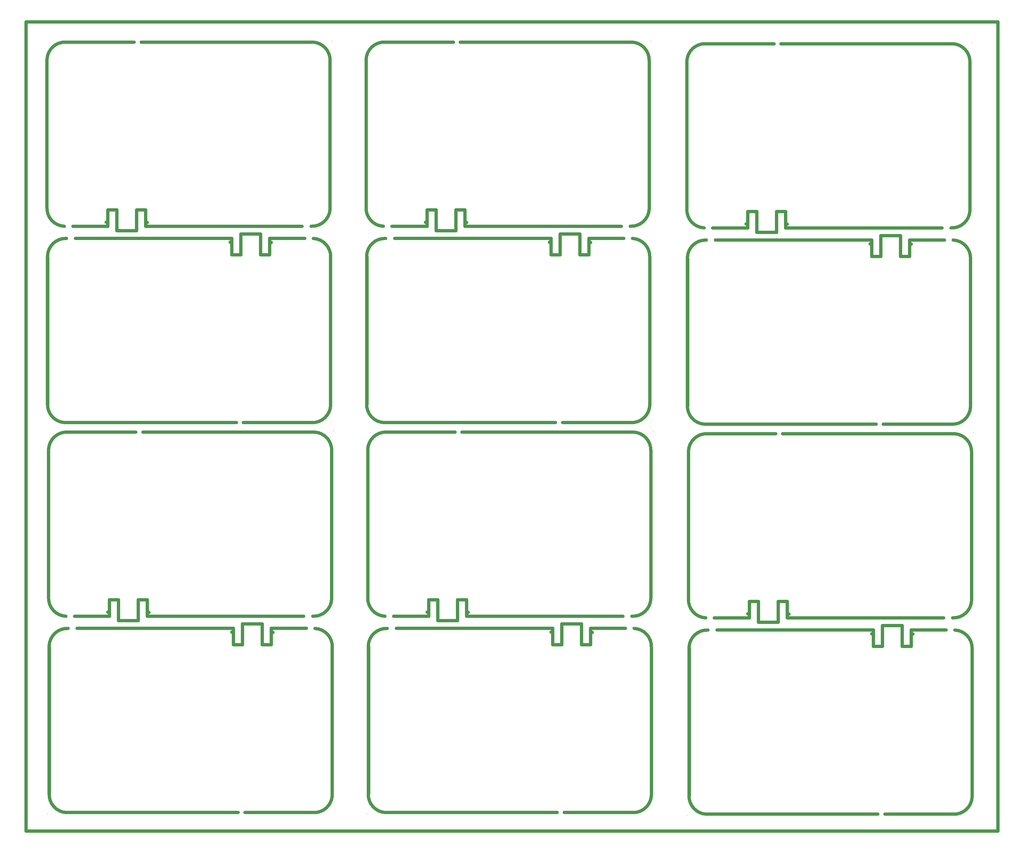
<source format=gbr>
G04 #@! TF.FileFunction,Profile,NP*
%FSLAX46Y46*%
G04 Gerber Fmt 4.6, Leading zero omitted, Abs format (unit mm)*
G04 Created by KiCad (PCBNEW (2015-01-16 BZR 5376)-product) date 10/26/2015 1:30:35 PM*
%MOMM*%
G01*
G04 APERTURE LIST*
%ADD10C,0.100000*%
%ADD11C,1.000000*%
G04 APERTURE END LIST*
D10*
D11*
X310000000Y-10000000D02*
X10000000Y-10000000D01*
X310000000Y-260000000D02*
X310000000Y-10000000D01*
X10000000Y-260000000D02*
X310000000Y-260000000D01*
X10000000Y-10000000D02*
X10000000Y-260000000D01*
D10*
X301343000Y-142809000D02*
X301343000Y-188529000D01*
X302359000Y-136967000D02*
X302359000Y-136713000D01*
D11*
X301851000Y-142809000D02*
X301851000Y-188529000D01*
X301851000Y-143063000D02*
G75*
G03X296517000Y-137221000I-5588000J254000D01*
G01*
X220317000Y-137221000D02*
G75*
G03X214475000Y-142555000I-254000J-5588000D01*
G01*
X220444000Y-137221000D02*
X241399000Y-137221000D01*
X296263000Y-137221000D02*
X243558000Y-137221000D01*
X214475000Y-188275000D02*
G75*
G03X219809000Y-194117000I5588000J-254000D01*
G01*
X296009000Y-194117000D02*
G75*
G03X301851000Y-188783000I254000J5588000D01*
G01*
X233271000Y-194117000D02*
X233271000Y-189037000D01*
X233271000Y-189037000D02*
X236065000Y-189037000D01*
X236065000Y-195387000D02*
X236065000Y-195514000D01*
X242161000Y-195514000D02*
X242161000Y-189037000D01*
X242161000Y-189037000D02*
X244955000Y-189037000D01*
X244955000Y-189037000D02*
X244955000Y-194117000D01*
X233017000Y-192847000D02*
X232763000Y-192847000D01*
X236065000Y-195514000D02*
X242161000Y-195514000D01*
X236065000Y-189037000D02*
X236065000Y-195387000D01*
X245463000Y-192974000D02*
X244955000Y-192974000D01*
X244955000Y-194117000D02*
X293215000Y-194117000D01*
X214475000Y-142555000D02*
X214475000Y-188021000D01*
X233271000Y-194117000D02*
X222476000Y-194117000D01*
X283229000Y-197883000D02*
X294024000Y-197883000D01*
X302025000Y-249445000D02*
X302025000Y-203979000D01*
X271545000Y-197883000D02*
X223285000Y-197883000D01*
X271037000Y-199026000D02*
X271545000Y-199026000D01*
X280435000Y-202963000D02*
X280435000Y-196613000D01*
X280435000Y-196486000D02*
X274339000Y-196486000D01*
X283483000Y-199153000D02*
X283737000Y-199153000D01*
X271545000Y-202963000D02*
X271545000Y-197883000D01*
X274339000Y-202963000D02*
X271545000Y-202963000D01*
X274339000Y-196486000D02*
X274339000Y-202963000D01*
X280435000Y-196613000D02*
X280435000Y-196486000D01*
X283229000Y-202963000D02*
X280435000Y-202963000D01*
X283229000Y-197883000D02*
X283229000Y-202963000D01*
X220491000Y-197883000D02*
G75*
G03X214649000Y-203217000I-254000J-5588000D01*
G01*
X302025000Y-203725000D02*
G75*
G03X296691000Y-197883000I-5588000J254000D01*
G01*
X220237000Y-254779000D02*
X272942000Y-254779000D01*
X296056000Y-254779000D02*
X275101000Y-254779000D01*
X296183000Y-254779000D02*
G75*
G03X302025000Y-249445000I254000J5588000D01*
G01*
X214649000Y-248937000D02*
G75*
G03X219983000Y-254779000I5588000J-254000D01*
G01*
X214649000Y-249191000D02*
X214649000Y-203471000D01*
D10*
X214141000Y-255033000D02*
X214141000Y-255287000D01*
X215157000Y-249191000D02*
X215157000Y-203471000D01*
X214657000Y-128691000D02*
X214657000Y-82971000D01*
D11*
X214149000Y-128691000D02*
X214149000Y-82971000D01*
X214149000Y-128437000D02*
G75*
G03X219483000Y-134279000I5588000J-254000D01*
G01*
X295683000Y-134279000D02*
G75*
G03X301525000Y-128945000I254000J5588000D01*
G01*
X295556000Y-134279000D02*
X274601000Y-134279000D01*
X219737000Y-134279000D02*
X272442000Y-134279000D01*
X301525000Y-83225000D02*
G75*
G03X296191000Y-77383000I-5588000J254000D01*
G01*
X219991000Y-77383000D02*
G75*
G03X214149000Y-82717000I-254000J-5588000D01*
G01*
X282729000Y-77383000D02*
X282729000Y-82463000D01*
X282729000Y-82463000D02*
X279935000Y-82463000D01*
X279935000Y-76113000D02*
X279935000Y-75986000D01*
X273839000Y-75986000D02*
X273839000Y-82463000D01*
X273839000Y-82463000D02*
X271045000Y-82463000D01*
X271045000Y-82463000D02*
X271045000Y-77383000D01*
X282983000Y-78653000D02*
X283237000Y-78653000D01*
X279935000Y-75986000D02*
X273839000Y-75986000D01*
X279935000Y-82463000D02*
X279935000Y-76113000D01*
X270537000Y-78526000D02*
X271045000Y-78526000D01*
X271045000Y-77383000D02*
X222785000Y-77383000D01*
X301525000Y-128945000D02*
X301525000Y-83479000D01*
X282729000Y-77383000D02*
X293524000Y-77383000D01*
X232771000Y-73617000D02*
X221976000Y-73617000D01*
X213975000Y-22055000D02*
X213975000Y-67521000D01*
X244455000Y-73617000D02*
X292715000Y-73617000D01*
X244963000Y-72474000D02*
X244455000Y-72474000D01*
X235565000Y-68537000D02*
X235565000Y-74887000D01*
X235565000Y-75014000D02*
X241661000Y-75014000D01*
X232517000Y-72347000D02*
X232263000Y-72347000D01*
X244455000Y-68537000D02*
X244455000Y-73617000D01*
X241661000Y-68537000D02*
X244455000Y-68537000D01*
X241661000Y-75014000D02*
X241661000Y-68537000D01*
X235565000Y-74887000D02*
X235565000Y-75014000D01*
X232771000Y-68537000D02*
X235565000Y-68537000D01*
X232771000Y-73617000D02*
X232771000Y-68537000D01*
X295509000Y-73617000D02*
G75*
G03X301351000Y-68283000I254000J5588000D01*
G01*
X213975000Y-67775000D02*
G75*
G03X219309000Y-73617000I5588000J-254000D01*
G01*
X295763000Y-16721000D02*
X243058000Y-16721000D01*
X219944000Y-16721000D02*
X240899000Y-16721000D01*
X219817000Y-16721000D02*
G75*
G03X213975000Y-22055000I-254000J-5588000D01*
G01*
X301351000Y-22563000D02*
G75*
G03X296017000Y-16721000I-5588000J254000D01*
G01*
X301351000Y-22309000D02*
X301351000Y-68029000D01*
D10*
X301859000Y-16467000D02*
X301859000Y-16213000D01*
X300843000Y-22309000D02*
X300843000Y-68029000D01*
X201843000Y-21809000D02*
X201843000Y-67529000D01*
X202859000Y-15967000D02*
X202859000Y-15713000D01*
D11*
X202351000Y-21809000D02*
X202351000Y-67529000D01*
X202351000Y-22063000D02*
G75*
G03X197017000Y-16221000I-5588000J254000D01*
G01*
X120817000Y-16221000D02*
G75*
G03X114975000Y-21555000I-254000J-5588000D01*
G01*
X120944000Y-16221000D02*
X141899000Y-16221000D01*
X196763000Y-16221000D02*
X144058000Y-16221000D01*
X114975000Y-67275000D02*
G75*
G03X120309000Y-73117000I5588000J-254000D01*
G01*
X196509000Y-73117000D02*
G75*
G03X202351000Y-67783000I254000J5588000D01*
G01*
X133771000Y-73117000D02*
X133771000Y-68037000D01*
X133771000Y-68037000D02*
X136565000Y-68037000D01*
X136565000Y-74387000D02*
X136565000Y-74514000D01*
X142661000Y-74514000D02*
X142661000Y-68037000D01*
X142661000Y-68037000D02*
X145455000Y-68037000D01*
X145455000Y-68037000D02*
X145455000Y-73117000D01*
X133517000Y-71847000D02*
X133263000Y-71847000D01*
X136565000Y-74514000D02*
X142661000Y-74514000D01*
X136565000Y-68037000D02*
X136565000Y-74387000D01*
X145963000Y-71974000D02*
X145455000Y-71974000D01*
X145455000Y-73117000D02*
X193715000Y-73117000D01*
X114975000Y-21555000D02*
X114975000Y-67021000D01*
X133771000Y-73117000D02*
X122976000Y-73117000D01*
X183729000Y-76883000D02*
X194524000Y-76883000D01*
X202525000Y-128445000D02*
X202525000Y-82979000D01*
X172045000Y-76883000D02*
X123785000Y-76883000D01*
X171537000Y-78026000D02*
X172045000Y-78026000D01*
X180935000Y-81963000D02*
X180935000Y-75613000D01*
X180935000Y-75486000D02*
X174839000Y-75486000D01*
X183983000Y-78153000D02*
X184237000Y-78153000D01*
X172045000Y-81963000D02*
X172045000Y-76883000D01*
X174839000Y-81963000D02*
X172045000Y-81963000D01*
X174839000Y-75486000D02*
X174839000Y-81963000D01*
X180935000Y-75613000D02*
X180935000Y-75486000D01*
X183729000Y-81963000D02*
X180935000Y-81963000D01*
X183729000Y-76883000D02*
X183729000Y-81963000D01*
X120991000Y-76883000D02*
G75*
G03X115149000Y-82217000I-254000J-5588000D01*
G01*
X202525000Y-82725000D02*
G75*
G03X197191000Y-76883000I-5588000J254000D01*
G01*
X120737000Y-133779000D02*
X173442000Y-133779000D01*
X196556000Y-133779000D02*
X175601000Y-133779000D01*
X196683000Y-133779000D02*
G75*
G03X202525000Y-128445000I254000J5588000D01*
G01*
X115149000Y-127937000D02*
G75*
G03X120483000Y-133779000I5588000J-254000D01*
G01*
X115149000Y-128191000D02*
X115149000Y-82471000D01*
D10*
X115657000Y-128191000D02*
X115657000Y-82471000D01*
X116157000Y-248691000D02*
X116157000Y-202971000D01*
X115141000Y-254533000D02*
X115141000Y-254787000D01*
D11*
X115649000Y-248691000D02*
X115649000Y-202971000D01*
X115649000Y-248437000D02*
G75*
G03X120983000Y-254279000I5588000J-254000D01*
G01*
X197183000Y-254279000D02*
G75*
G03X203025000Y-248945000I254000J5588000D01*
G01*
X197056000Y-254279000D02*
X176101000Y-254279000D01*
X121237000Y-254279000D02*
X173942000Y-254279000D01*
X203025000Y-203225000D02*
G75*
G03X197691000Y-197383000I-5588000J254000D01*
G01*
X121491000Y-197383000D02*
G75*
G03X115649000Y-202717000I-254000J-5588000D01*
G01*
X184229000Y-197383000D02*
X184229000Y-202463000D01*
X184229000Y-202463000D02*
X181435000Y-202463000D01*
X181435000Y-196113000D02*
X181435000Y-195986000D01*
X175339000Y-195986000D02*
X175339000Y-202463000D01*
X175339000Y-202463000D02*
X172545000Y-202463000D01*
X172545000Y-202463000D02*
X172545000Y-197383000D01*
X184483000Y-198653000D02*
X184737000Y-198653000D01*
X181435000Y-195986000D02*
X175339000Y-195986000D01*
X181435000Y-202463000D02*
X181435000Y-196113000D01*
X172037000Y-198526000D02*
X172545000Y-198526000D01*
X172545000Y-197383000D02*
X124285000Y-197383000D01*
X203025000Y-248945000D02*
X203025000Y-203479000D01*
X184229000Y-197383000D02*
X195024000Y-197383000D01*
X134271000Y-193617000D02*
X123476000Y-193617000D01*
X115475000Y-142055000D02*
X115475000Y-187521000D01*
X145955000Y-193617000D02*
X194215000Y-193617000D01*
X146463000Y-192474000D02*
X145955000Y-192474000D01*
X137065000Y-188537000D02*
X137065000Y-194887000D01*
X137065000Y-195014000D02*
X143161000Y-195014000D01*
X134017000Y-192347000D02*
X133763000Y-192347000D01*
X145955000Y-188537000D02*
X145955000Y-193617000D01*
X143161000Y-188537000D02*
X145955000Y-188537000D01*
X143161000Y-195014000D02*
X143161000Y-188537000D01*
X137065000Y-194887000D02*
X137065000Y-195014000D01*
X134271000Y-188537000D02*
X137065000Y-188537000D01*
X134271000Y-193617000D02*
X134271000Y-188537000D01*
X197009000Y-193617000D02*
G75*
G03X202851000Y-188283000I254000J5588000D01*
G01*
X115475000Y-187775000D02*
G75*
G03X120809000Y-193617000I5588000J-254000D01*
G01*
X197263000Y-136721000D02*
X144558000Y-136721000D01*
X121444000Y-136721000D02*
X142399000Y-136721000D01*
X121317000Y-136721000D02*
G75*
G03X115475000Y-142055000I-254000J-5588000D01*
G01*
X202851000Y-142563000D02*
G75*
G03X197517000Y-136721000I-5588000J254000D01*
G01*
X202851000Y-142309000D02*
X202851000Y-188029000D01*
D10*
X203359000Y-136467000D02*
X203359000Y-136213000D01*
X202343000Y-142309000D02*
X202343000Y-188029000D01*
X103843000Y-142309000D02*
X103843000Y-188029000D01*
X104859000Y-136467000D02*
X104859000Y-136213000D01*
D11*
X104351000Y-142309000D02*
X104351000Y-188029000D01*
X104351000Y-142563000D02*
G75*
G03X99017000Y-136721000I-5588000J254000D01*
G01*
X22817000Y-136721000D02*
G75*
G03X16975000Y-142055000I-254000J-5588000D01*
G01*
X22944000Y-136721000D02*
X43899000Y-136721000D01*
X98763000Y-136721000D02*
X46058000Y-136721000D01*
X16975000Y-187775000D02*
G75*
G03X22309000Y-193617000I5588000J-254000D01*
G01*
X98509000Y-193617000D02*
G75*
G03X104351000Y-188283000I254000J5588000D01*
G01*
X35771000Y-193617000D02*
X35771000Y-188537000D01*
X35771000Y-188537000D02*
X38565000Y-188537000D01*
X38565000Y-194887000D02*
X38565000Y-195014000D01*
X44661000Y-195014000D02*
X44661000Y-188537000D01*
X44661000Y-188537000D02*
X47455000Y-188537000D01*
X47455000Y-188537000D02*
X47455000Y-193617000D01*
X35517000Y-192347000D02*
X35263000Y-192347000D01*
X38565000Y-195014000D02*
X44661000Y-195014000D01*
X38565000Y-188537000D02*
X38565000Y-194887000D01*
X47963000Y-192474000D02*
X47455000Y-192474000D01*
X47455000Y-193617000D02*
X95715000Y-193617000D01*
X16975000Y-142055000D02*
X16975000Y-187521000D01*
X35771000Y-193617000D02*
X24976000Y-193617000D01*
X85729000Y-197383000D02*
X96524000Y-197383000D01*
X104525000Y-248945000D02*
X104525000Y-203479000D01*
X74045000Y-197383000D02*
X25785000Y-197383000D01*
X73537000Y-198526000D02*
X74045000Y-198526000D01*
X82935000Y-202463000D02*
X82935000Y-196113000D01*
X82935000Y-195986000D02*
X76839000Y-195986000D01*
X85983000Y-198653000D02*
X86237000Y-198653000D01*
X74045000Y-202463000D02*
X74045000Y-197383000D01*
X76839000Y-202463000D02*
X74045000Y-202463000D01*
X76839000Y-195986000D02*
X76839000Y-202463000D01*
X82935000Y-196113000D02*
X82935000Y-195986000D01*
X85729000Y-202463000D02*
X82935000Y-202463000D01*
X85729000Y-197383000D02*
X85729000Y-202463000D01*
X22991000Y-197383000D02*
G75*
G03X17149000Y-202717000I-254000J-5588000D01*
G01*
X104525000Y-203225000D02*
G75*
G03X99191000Y-197383000I-5588000J254000D01*
G01*
X22737000Y-254279000D02*
X75442000Y-254279000D01*
X98556000Y-254279000D02*
X77601000Y-254279000D01*
X98683000Y-254279000D02*
G75*
G03X104525000Y-248945000I254000J5588000D01*
G01*
X17149000Y-248437000D02*
G75*
G03X22483000Y-254279000I5588000J-254000D01*
G01*
X17149000Y-248691000D02*
X17149000Y-202971000D01*
D10*
X16641000Y-254533000D02*
X16641000Y-254787000D01*
X17657000Y-248691000D02*
X17657000Y-202971000D01*
X17157000Y-128191000D02*
X17157000Y-82471000D01*
D11*
X16649000Y-128191000D02*
X16649000Y-82471000D01*
X16649000Y-127937000D02*
G75*
G03X21983000Y-133779000I5588000J-254000D01*
G01*
X98183000Y-133779000D02*
G75*
G03X104025000Y-128445000I254000J5588000D01*
G01*
X98056000Y-133779000D02*
X77101000Y-133779000D01*
X22237000Y-133779000D02*
X74942000Y-133779000D01*
X104025000Y-82725000D02*
G75*
G03X98691000Y-76883000I-5588000J254000D01*
G01*
X22491000Y-76883000D02*
G75*
G03X16649000Y-82217000I-254000J-5588000D01*
G01*
X85229000Y-76883000D02*
X85229000Y-81963000D01*
X85229000Y-81963000D02*
X82435000Y-81963000D01*
X82435000Y-75613000D02*
X82435000Y-75486000D01*
X76339000Y-75486000D02*
X76339000Y-81963000D01*
X76339000Y-81963000D02*
X73545000Y-81963000D01*
X73545000Y-81963000D02*
X73545000Y-76883000D01*
X85483000Y-78153000D02*
X85737000Y-78153000D01*
X82435000Y-75486000D02*
X76339000Y-75486000D01*
X82435000Y-81963000D02*
X82435000Y-75613000D01*
X73037000Y-78026000D02*
X73545000Y-78026000D01*
X73545000Y-76883000D02*
X25285000Y-76883000D01*
X104025000Y-128445000D02*
X104025000Y-82979000D01*
X85229000Y-76883000D02*
X96024000Y-76883000D01*
X35271000Y-73117000D02*
X24476000Y-73117000D01*
X16475000Y-21555000D02*
X16475000Y-67021000D01*
X46955000Y-73117000D02*
X95215000Y-73117000D01*
X47463000Y-71974000D02*
X46955000Y-71974000D01*
X38065000Y-68037000D02*
X38065000Y-74387000D01*
X38065000Y-74514000D02*
X44161000Y-74514000D01*
X35017000Y-71847000D02*
X34763000Y-71847000D01*
X46955000Y-68037000D02*
X46955000Y-73117000D01*
X44161000Y-68037000D02*
X46955000Y-68037000D01*
X44161000Y-74514000D02*
X44161000Y-68037000D01*
X38065000Y-74387000D02*
X38065000Y-74514000D01*
X35271000Y-68037000D02*
X38065000Y-68037000D01*
X35271000Y-73117000D02*
X35271000Y-68037000D01*
X98009000Y-73117000D02*
G75*
G03X103851000Y-67783000I254000J5588000D01*
G01*
X16475000Y-67275000D02*
G75*
G03X21809000Y-73117000I5588000J-254000D01*
G01*
X98263000Y-16221000D02*
X45558000Y-16221000D01*
X22444000Y-16221000D02*
X43399000Y-16221000D01*
X22317000Y-16221000D02*
G75*
G03X16475000Y-21555000I-254000J-5588000D01*
G01*
X103851000Y-22063000D02*
G75*
G03X98517000Y-16221000I-5588000J254000D01*
G01*
X103851000Y-21809000D02*
X103851000Y-67529000D01*
D10*
X104359000Y-15967000D02*
X104359000Y-15713000D01*
X103343000Y-21809000D02*
X103343000Y-67529000D01*
M02*

</source>
